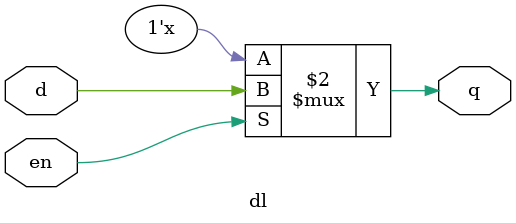
<source format=v>
module dl (
    input d, en, output reg q
);
    always @(en, d) begin
        if(en)
        q <= d;
    end
endmodule
</source>
